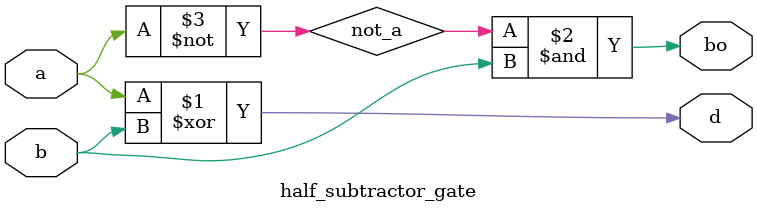
<source format=v>
module half_subtractor_gate(input a,b,output d,bo);
    xor(d,a,b);
    wire not_a;
    not(not_a,a);
    and(bo,not_a,b);
endmodule

</source>
